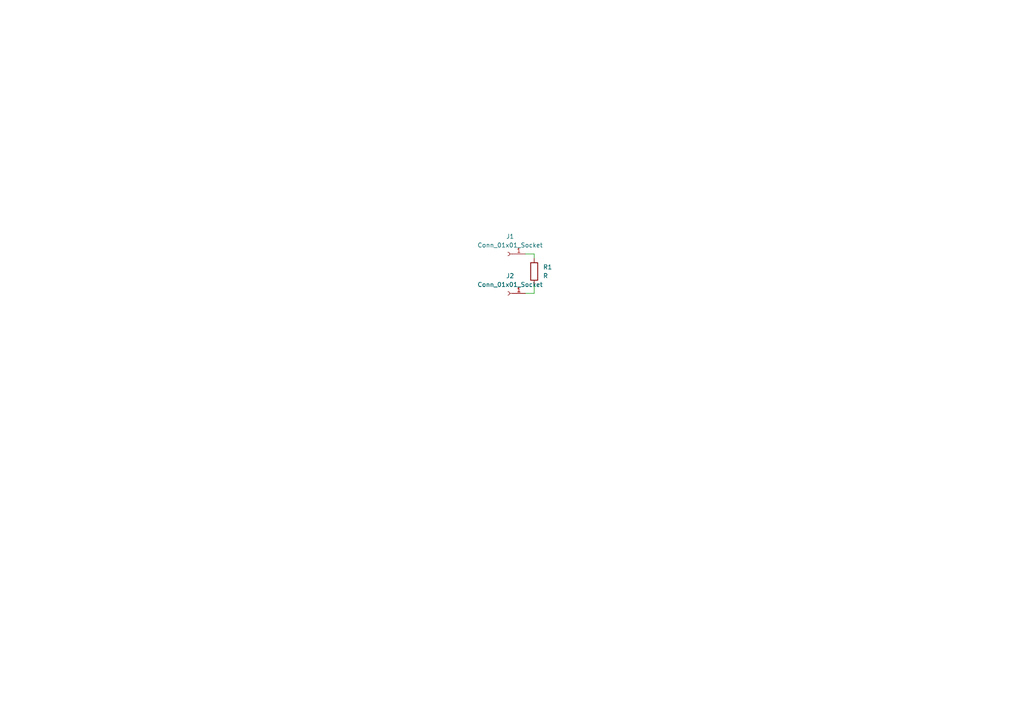
<source format=kicad_sch>
(kicad_sch (version 20231120) (generator "eeschema") (generator_version "8.0")
  (paper "A4")
  (lib_symbols
    (symbol "Connector:Conn_01x01_Socket" (pin_names (offset 1.016) hide)
      (property "Reference" "J" (at 0 2.54 0))
      (property "Value" "Conn_01x01_Socket" (at 0 -2.54 0))
      (symbol "Conn_01x01_Socket_1_1"
        (polyline (pts (xy -1.27 0) (xy -0.508 0)) (stroke (width 0.1524)))
        (arc (start 0 0.508) (mid -0.5058 0) (end 0 -0.508) (stroke (width 0.1524)))
        (pin passive line (at -5.08 0 0) (length 3.81) (name "Pin_1") (number "1"))
      )
    )
    (symbol "Device:R" (pin_numbers hide) (pin_names (offset 0))
      (property "Reference" "R" (at 2.032 0 90))
      (property "Value" "R" (at 0 0 90))
      (symbol "R_0_1"
        (rectangle (start -1.016 -2.54) (end 1.016 2.54) (stroke (width 0.254)))
      )
      (symbol "R_1_1"
        (pin passive line (at 0 3.81 270) (length 1.27) (name "~") (number "1"))
        (pin passive line (at 0 -3.81 90) (length 1.27) (name "~") (number "2"))
      )
    )
  )
  (wire (pts (xy 152.4 73.66) (xy 154.94 73.66)))
  (wire (pts (xy 154.94 82.55) (xy 154.94 85.09)))
  (wire (pts (xy 154.94 73.66) (xy 154.94 74.93)))
  (wire (pts (xy 154.94 85.09) (xy 152.4 85.09)))
  (symbol (lib_id "Device:R") (at 154.94 78.74 0) (unit 1)
    (property "Reference" "R1" (at 157.48 77.4699 0) (effects (justify left)))
    (property "Value" "R" (at 157.48 80.0099 0) (effects (justify left)))
    (property "Footprint" "Resistor_THT:R_Axial_DIN0207_L6.3mm_D2.5mm_P10.16mm_Horizontal" (effects (hide yes)))
    (property "Description" "Resistor" (effects (hide yes)))
  )
  (symbol (lib_id "Connector:Conn_01x01_Socket") (at 147.32 73.66 0) (mirror y) (unit 1)
    (property "Reference" "J1" (at 147.955 68.58 0))
    (property "Value" "Conn_01x01_Socket" (at 147.955 71.12 0))
    (property "Footprint" "MountingHole:MountingHole_2.5mm_Pad" (effects (hide yes)))
    (property "Description" "Generic connector, single row, 01x01, script generated" (effects (hide yes)))
  )
  (symbol (lib_id "Connector:Conn_01x01_Socket") (at 147.32 85.09 0) (mirror y) (unit 1)
    (property "Reference" "J2" (at 147.955 80.01 0))
    (property "Value" "Conn_01x01_Socket" (at 147.955 82.55 0))
    (property "Footprint" "MountingHole:MountingHole_2.5mm_Pad" (effects (hide yes)))
    (property "Description" "Generic connector, single row, 01x01, script generated" (effects (hide yes)))
  )
)
</source>
